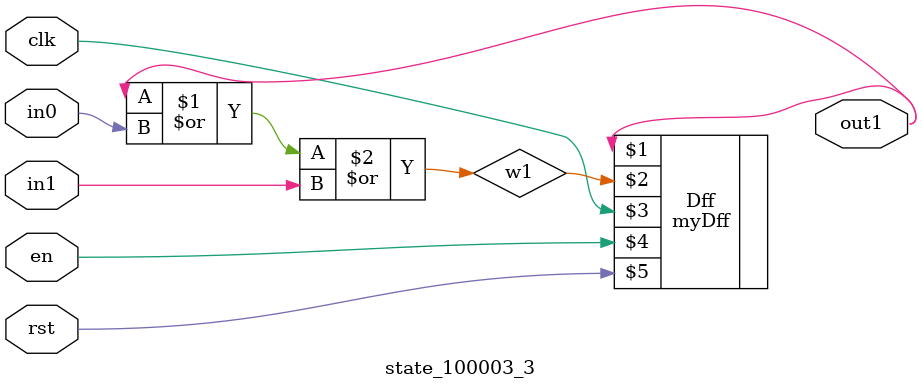
<source format=v>
module engine_100003(out,clk,sod,en,char);
//pcre: /m|n/smi
	input [7:0] char;
	input clk,sod,en;
	output out;

	charBlock_100003_0 BC_100003_0 (char_100003_0,char);
	charBlock_100003_1 BC_100003_1 (char_100003_1,char);

	state_100003_0 St_0 (y1,1'b0,clk,en,sod);
	assign w0 = ~y1;
	state_100003_1 BS_100003_1 (w1,char_100003_0,clk,en,sod,w0);
	state_100003_2 BS_100003_2 (w2,char_100003_1,clk,en,sod,w0);
	state_100003_3 BS_100003_3 (out,clk,en,sod,w1,w2);
endmodule

module charBlock_100003_0(out, char);
// Char: m
	input [7:0] char;
	output out;
	assign out = ((char == 8'b1101101) || (char == 8'b1001101)) ? 1'b1 : 1'b0;
endmodule

module charBlock_100003_1(out, char);
// Char: n
	input [7:0] char;
	output out;
	assign out = ((char == 8'b1101110) || (char == 8'b1001110)) ? 1'b1 : 1'b0;
endmodule


module state_100003_0(out1,in1,clk,en,rst);
	input in1,clk,rst,en;
	output out1;
	myDff Dff (out1,in1,clk,en,rst);
endmodule

module state_100003_1(out1,in_char,clk,en,rst,in0);
	input in_char,clk,en,rst,in0;
	output out1;
	wire w1,w2;
	or(w1,in0);
	and(w2,in_char,w1);
	myDff Dff (out1,w2,clk,en,rst);
endmodule

module state_100003_2(out1,in_char,clk,en,rst,in0);
	input in_char,clk,en,rst,in0;
	output out1;
	wire w1,w2;
	or(w1,in0);
	and(w2,in_char,w1);
	myDff Dff (out1,w2,clk,en,rst);
endmodule

module state_100003_3(out1,clk,en,rst,in0,in1);
	input clk,rst,en,in0,in1;
	output out1;
	wire w1;
	or(w1,out1,in0,in1);
	myDff Dff (out1,w1,clk,en,rst);
endmodule


</source>
